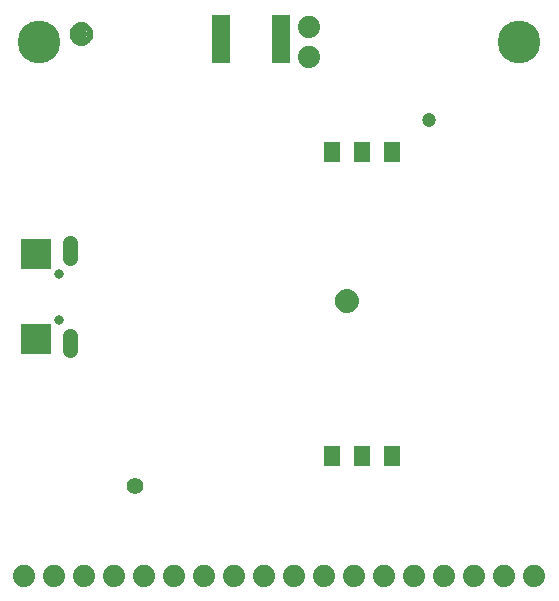
<source format=gbr>
G04 EAGLE Gerber RS-274X export*
G75*
%MOMM*%
%FSLAX34Y34*%
%LPD*%
%INSoldermask Bottom*%
%IPPOS*%
%AMOC8*
5,1,8,0,0,1.08239X$1,22.5*%
G01*
%ADD10C,0.801600*%
%ADD11R,2.601600X2.601600*%
%ADD12C,1.309600*%
%ADD13C,3.617600*%
%ADD14R,1.401600X1.801600*%
%ADD15C,1.201600*%
%ADD16C,1.401600*%
%ADD17R,1.625600X4.165600*%
%ADD18C,1.101600*%
%ADD19C,0.500000*%
%ADD20C,1.879600*%


D10*
X41910Y273500D03*
X41910Y234500D03*
D11*
X22910Y218000D03*
X22910Y290000D03*
D12*
X50910Y287000D02*
X50910Y299080D01*
X50910Y221000D02*
X50910Y208920D01*
D13*
X431800Y469900D03*
X25400Y469900D03*
D14*
X323630Y376150D03*
X298230Y376150D03*
X272830Y376150D03*
X272830Y119150D03*
X298230Y119150D03*
X323630Y119150D03*
D15*
X355600Y403860D03*
D16*
X106270Y93980D03*
D17*
X229870Y472440D03*
X179070Y472440D03*
D18*
X60960Y476250D03*
D19*
X68460Y476250D02*
X68458Y476431D01*
X68451Y476612D01*
X68440Y476793D01*
X68425Y476974D01*
X68405Y477154D01*
X68381Y477334D01*
X68353Y477513D01*
X68320Y477691D01*
X68283Y477868D01*
X68242Y478045D01*
X68197Y478220D01*
X68147Y478395D01*
X68093Y478568D01*
X68035Y478739D01*
X67973Y478910D01*
X67906Y479078D01*
X67836Y479245D01*
X67762Y479411D01*
X67683Y479574D01*
X67601Y479735D01*
X67515Y479895D01*
X67425Y480052D01*
X67331Y480207D01*
X67234Y480360D01*
X67132Y480510D01*
X67028Y480658D01*
X66919Y480804D01*
X66808Y480946D01*
X66692Y481086D01*
X66574Y481223D01*
X66452Y481358D01*
X66327Y481489D01*
X66199Y481617D01*
X66068Y481742D01*
X65933Y481864D01*
X65796Y481982D01*
X65656Y482098D01*
X65514Y482209D01*
X65368Y482318D01*
X65220Y482422D01*
X65070Y482524D01*
X64917Y482621D01*
X64762Y482715D01*
X64605Y482805D01*
X64445Y482891D01*
X64284Y482973D01*
X64121Y483052D01*
X63955Y483126D01*
X63788Y483196D01*
X63620Y483263D01*
X63449Y483325D01*
X63278Y483383D01*
X63105Y483437D01*
X62930Y483487D01*
X62755Y483532D01*
X62578Y483573D01*
X62401Y483610D01*
X62223Y483643D01*
X62044Y483671D01*
X61864Y483695D01*
X61684Y483715D01*
X61503Y483730D01*
X61322Y483741D01*
X61141Y483748D01*
X60960Y483750D01*
X60779Y483748D01*
X60598Y483741D01*
X60417Y483730D01*
X60236Y483715D01*
X60056Y483695D01*
X59876Y483671D01*
X59697Y483643D01*
X59519Y483610D01*
X59342Y483573D01*
X59165Y483532D01*
X58990Y483487D01*
X58815Y483437D01*
X58642Y483383D01*
X58471Y483325D01*
X58300Y483263D01*
X58132Y483196D01*
X57965Y483126D01*
X57799Y483052D01*
X57636Y482973D01*
X57475Y482891D01*
X57315Y482805D01*
X57158Y482715D01*
X57003Y482621D01*
X56850Y482524D01*
X56700Y482422D01*
X56552Y482318D01*
X56406Y482209D01*
X56264Y482098D01*
X56124Y481982D01*
X55987Y481864D01*
X55852Y481742D01*
X55721Y481617D01*
X55593Y481489D01*
X55468Y481358D01*
X55346Y481223D01*
X55228Y481086D01*
X55112Y480946D01*
X55001Y480804D01*
X54892Y480658D01*
X54788Y480510D01*
X54686Y480360D01*
X54589Y480207D01*
X54495Y480052D01*
X54405Y479895D01*
X54319Y479735D01*
X54237Y479574D01*
X54158Y479411D01*
X54084Y479245D01*
X54014Y479078D01*
X53947Y478910D01*
X53885Y478739D01*
X53827Y478568D01*
X53773Y478395D01*
X53723Y478220D01*
X53678Y478045D01*
X53637Y477868D01*
X53600Y477691D01*
X53567Y477513D01*
X53539Y477334D01*
X53515Y477154D01*
X53495Y476974D01*
X53480Y476793D01*
X53469Y476612D01*
X53462Y476431D01*
X53460Y476250D01*
X53462Y476069D01*
X53469Y475888D01*
X53480Y475707D01*
X53495Y475526D01*
X53515Y475346D01*
X53539Y475166D01*
X53567Y474987D01*
X53600Y474809D01*
X53637Y474632D01*
X53678Y474455D01*
X53723Y474280D01*
X53773Y474105D01*
X53827Y473932D01*
X53885Y473761D01*
X53947Y473590D01*
X54014Y473422D01*
X54084Y473255D01*
X54158Y473089D01*
X54237Y472926D01*
X54319Y472765D01*
X54405Y472605D01*
X54495Y472448D01*
X54589Y472293D01*
X54686Y472140D01*
X54788Y471990D01*
X54892Y471842D01*
X55001Y471696D01*
X55112Y471554D01*
X55228Y471414D01*
X55346Y471277D01*
X55468Y471142D01*
X55593Y471011D01*
X55721Y470883D01*
X55852Y470758D01*
X55987Y470636D01*
X56124Y470518D01*
X56264Y470402D01*
X56406Y470291D01*
X56552Y470182D01*
X56700Y470078D01*
X56850Y469976D01*
X57003Y469879D01*
X57158Y469785D01*
X57315Y469695D01*
X57475Y469609D01*
X57636Y469527D01*
X57799Y469448D01*
X57965Y469374D01*
X58132Y469304D01*
X58300Y469237D01*
X58471Y469175D01*
X58642Y469117D01*
X58815Y469063D01*
X58990Y469013D01*
X59165Y468968D01*
X59342Y468927D01*
X59519Y468890D01*
X59697Y468857D01*
X59876Y468829D01*
X60056Y468805D01*
X60236Y468785D01*
X60417Y468770D01*
X60598Y468759D01*
X60779Y468752D01*
X60960Y468750D01*
X61141Y468752D01*
X61322Y468759D01*
X61503Y468770D01*
X61684Y468785D01*
X61864Y468805D01*
X62044Y468829D01*
X62223Y468857D01*
X62401Y468890D01*
X62578Y468927D01*
X62755Y468968D01*
X62930Y469013D01*
X63105Y469063D01*
X63278Y469117D01*
X63449Y469175D01*
X63620Y469237D01*
X63788Y469304D01*
X63955Y469374D01*
X64121Y469448D01*
X64284Y469527D01*
X64445Y469609D01*
X64605Y469695D01*
X64762Y469785D01*
X64917Y469879D01*
X65070Y469976D01*
X65220Y470078D01*
X65368Y470182D01*
X65514Y470291D01*
X65656Y470402D01*
X65796Y470518D01*
X65933Y470636D01*
X66068Y470758D01*
X66199Y470883D01*
X66327Y471011D01*
X66452Y471142D01*
X66574Y471277D01*
X66692Y471414D01*
X66808Y471554D01*
X66919Y471696D01*
X67028Y471842D01*
X67132Y471990D01*
X67234Y472140D01*
X67331Y472293D01*
X67425Y472448D01*
X67515Y472605D01*
X67601Y472765D01*
X67683Y472926D01*
X67762Y473089D01*
X67836Y473255D01*
X67906Y473422D01*
X67973Y473590D01*
X68035Y473761D01*
X68093Y473932D01*
X68147Y474105D01*
X68197Y474280D01*
X68242Y474455D01*
X68283Y474632D01*
X68320Y474809D01*
X68353Y474987D01*
X68381Y475166D01*
X68405Y475346D01*
X68425Y475526D01*
X68440Y475707D01*
X68451Y475888D01*
X68458Y476069D01*
X68460Y476250D01*
D18*
X285750Y250190D03*
D19*
X293250Y250190D02*
X293248Y250371D01*
X293241Y250552D01*
X293230Y250733D01*
X293215Y250914D01*
X293195Y251094D01*
X293171Y251274D01*
X293143Y251453D01*
X293110Y251631D01*
X293073Y251808D01*
X293032Y251985D01*
X292987Y252160D01*
X292937Y252335D01*
X292883Y252508D01*
X292825Y252679D01*
X292763Y252850D01*
X292696Y253018D01*
X292626Y253185D01*
X292552Y253351D01*
X292473Y253514D01*
X292391Y253675D01*
X292305Y253835D01*
X292215Y253992D01*
X292121Y254147D01*
X292024Y254300D01*
X291922Y254450D01*
X291818Y254598D01*
X291709Y254744D01*
X291598Y254886D01*
X291482Y255026D01*
X291364Y255163D01*
X291242Y255298D01*
X291117Y255429D01*
X290989Y255557D01*
X290858Y255682D01*
X290723Y255804D01*
X290586Y255922D01*
X290446Y256038D01*
X290304Y256149D01*
X290158Y256258D01*
X290010Y256362D01*
X289860Y256464D01*
X289707Y256561D01*
X289552Y256655D01*
X289395Y256745D01*
X289235Y256831D01*
X289074Y256913D01*
X288911Y256992D01*
X288745Y257066D01*
X288578Y257136D01*
X288410Y257203D01*
X288239Y257265D01*
X288068Y257323D01*
X287895Y257377D01*
X287720Y257427D01*
X287545Y257472D01*
X287368Y257513D01*
X287191Y257550D01*
X287013Y257583D01*
X286834Y257611D01*
X286654Y257635D01*
X286474Y257655D01*
X286293Y257670D01*
X286112Y257681D01*
X285931Y257688D01*
X285750Y257690D01*
X285569Y257688D01*
X285388Y257681D01*
X285207Y257670D01*
X285026Y257655D01*
X284846Y257635D01*
X284666Y257611D01*
X284487Y257583D01*
X284309Y257550D01*
X284132Y257513D01*
X283955Y257472D01*
X283780Y257427D01*
X283605Y257377D01*
X283432Y257323D01*
X283261Y257265D01*
X283090Y257203D01*
X282922Y257136D01*
X282755Y257066D01*
X282589Y256992D01*
X282426Y256913D01*
X282265Y256831D01*
X282105Y256745D01*
X281948Y256655D01*
X281793Y256561D01*
X281640Y256464D01*
X281490Y256362D01*
X281342Y256258D01*
X281196Y256149D01*
X281054Y256038D01*
X280914Y255922D01*
X280777Y255804D01*
X280642Y255682D01*
X280511Y255557D01*
X280383Y255429D01*
X280258Y255298D01*
X280136Y255163D01*
X280018Y255026D01*
X279902Y254886D01*
X279791Y254744D01*
X279682Y254598D01*
X279578Y254450D01*
X279476Y254300D01*
X279379Y254147D01*
X279285Y253992D01*
X279195Y253835D01*
X279109Y253675D01*
X279027Y253514D01*
X278948Y253351D01*
X278874Y253185D01*
X278804Y253018D01*
X278737Y252850D01*
X278675Y252679D01*
X278617Y252508D01*
X278563Y252335D01*
X278513Y252160D01*
X278468Y251985D01*
X278427Y251808D01*
X278390Y251631D01*
X278357Y251453D01*
X278329Y251274D01*
X278305Y251094D01*
X278285Y250914D01*
X278270Y250733D01*
X278259Y250552D01*
X278252Y250371D01*
X278250Y250190D01*
X278252Y250009D01*
X278259Y249828D01*
X278270Y249647D01*
X278285Y249466D01*
X278305Y249286D01*
X278329Y249106D01*
X278357Y248927D01*
X278390Y248749D01*
X278427Y248572D01*
X278468Y248395D01*
X278513Y248220D01*
X278563Y248045D01*
X278617Y247872D01*
X278675Y247701D01*
X278737Y247530D01*
X278804Y247362D01*
X278874Y247195D01*
X278948Y247029D01*
X279027Y246866D01*
X279109Y246705D01*
X279195Y246545D01*
X279285Y246388D01*
X279379Y246233D01*
X279476Y246080D01*
X279578Y245930D01*
X279682Y245782D01*
X279791Y245636D01*
X279902Y245494D01*
X280018Y245354D01*
X280136Y245217D01*
X280258Y245082D01*
X280383Y244951D01*
X280511Y244823D01*
X280642Y244698D01*
X280777Y244576D01*
X280914Y244458D01*
X281054Y244342D01*
X281196Y244231D01*
X281342Y244122D01*
X281490Y244018D01*
X281640Y243916D01*
X281793Y243819D01*
X281948Y243725D01*
X282105Y243635D01*
X282265Y243549D01*
X282426Y243467D01*
X282589Y243388D01*
X282755Y243314D01*
X282922Y243244D01*
X283090Y243177D01*
X283261Y243115D01*
X283432Y243057D01*
X283605Y243003D01*
X283780Y242953D01*
X283955Y242908D01*
X284132Y242867D01*
X284309Y242830D01*
X284487Y242797D01*
X284666Y242769D01*
X284846Y242745D01*
X285026Y242725D01*
X285207Y242710D01*
X285388Y242699D01*
X285569Y242692D01*
X285750Y242690D01*
X285931Y242692D01*
X286112Y242699D01*
X286293Y242710D01*
X286474Y242725D01*
X286654Y242745D01*
X286834Y242769D01*
X287013Y242797D01*
X287191Y242830D01*
X287368Y242867D01*
X287545Y242908D01*
X287720Y242953D01*
X287895Y243003D01*
X288068Y243057D01*
X288239Y243115D01*
X288410Y243177D01*
X288578Y243244D01*
X288745Y243314D01*
X288911Y243388D01*
X289074Y243467D01*
X289235Y243549D01*
X289395Y243635D01*
X289552Y243725D01*
X289707Y243819D01*
X289860Y243916D01*
X290010Y244018D01*
X290158Y244122D01*
X290304Y244231D01*
X290446Y244342D01*
X290586Y244458D01*
X290723Y244576D01*
X290858Y244698D01*
X290989Y244823D01*
X291117Y244951D01*
X291242Y245082D01*
X291364Y245217D01*
X291482Y245354D01*
X291598Y245494D01*
X291709Y245636D01*
X291818Y245782D01*
X291922Y245930D01*
X292024Y246080D01*
X292121Y246233D01*
X292215Y246388D01*
X292305Y246545D01*
X292391Y246705D01*
X292473Y246866D01*
X292552Y247029D01*
X292626Y247195D01*
X292696Y247362D01*
X292763Y247530D01*
X292825Y247701D01*
X292883Y247872D01*
X292937Y248045D01*
X292987Y248220D01*
X293032Y248395D01*
X293073Y248572D01*
X293110Y248749D01*
X293143Y248927D01*
X293171Y249106D01*
X293195Y249286D01*
X293215Y249466D01*
X293230Y249647D01*
X293241Y249828D01*
X293248Y250009D01*
X293250Y250190D01*
D20*
X12700Y17780D03*
X38100Y17780D03*
X63500Y17780D03*
X88900Y17780D03*
X114300Y17780D03*
X139700Y17780D03*
X165100Y17780D03*
X190500Y17780D03*
X215900Y17780D03*
X241300Y17780D03*
X266700Y17780D03*
X292100Y17780D03*
X317500Y17780D03*
X342900Y17780D03*
X368300Y17780D03*
X393700Y17780D03*
X419100Y17780D03*
X444500Y17780D03*
X254000Y482600D03*
X254000Y457200D03*
M02*

</source>
